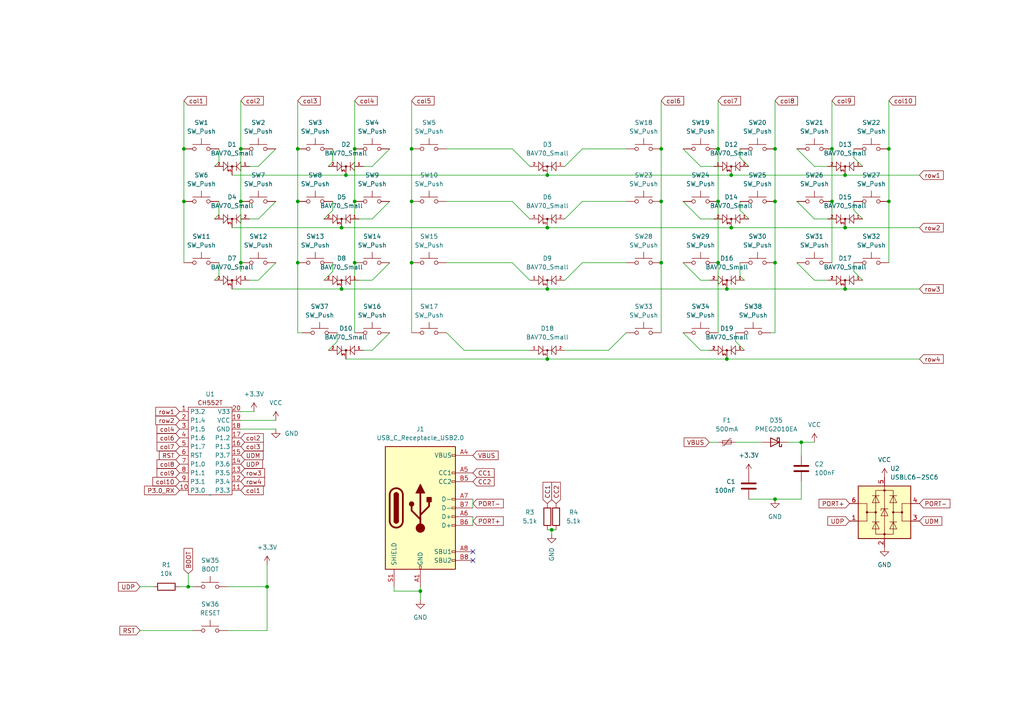
<source format=kicad_sch>
(kicad_sch (version 20230121) (generator eeschema)
  (paper "A4")
  (lib_symbols
    (symbol "Connector:USB_C_Receptacle_USB2.0" (pin_names (offset 1.016))
      (property "Reference" "J" (at -10.16 19.05 0))
      (property "Value" "USB_C_Receptacle_USB2.0" (at 19.05 19.05 0))
      (symbol "USB_C_Receptacle_USB2.0_0_0"
        (rectangle (start -0.254 -17.78) (end 0.254 -16.764))
        (rectangle (start 10.16 -14.986) (end 9.144 -15.494))
        (rectangle (start 10.16 -12.446) (end 9.144 -12.954))
        (rectangle (start 10.16 -4.826) (end 9.144 -5.334))
        (rectangle (start 10.16 -2.286) (end 9.144 -2.794))
        (rectangle (start 10.16 0.254) (end 9.144 -0.254))
        (rectangle (start 10.16 2.794) (end 9.144 2.286))
        (rectangle (start 10.16 7.874) (end 9.144 7.366))
        (rectangle (start 10.16 10.414) (end 9.144 9.906))
        (rectangle (start 10.16 15.494) (end 9.144 14.986))
      )
      (symbol "USB_C_Receptacle_USB2.0_0_1"
        (rectangle (start -10.16 17.78) (end 10.16 -17.78) (stroke (width 0.254)) (fill (type background)))
        (arc (start -8.89 -3.81) (mid -6.985 -5.7067) (end -5.08 -3.81) (stroke (width 0.508)))
        (arc (start -7.62 -3.81) (mid -6.985 -4.4423) (end -6.35 -3.81) (stroke (width 0.254)))
        (arc (start -7.62 -3.81) (mid -6.985 -4.4423) (end -6.35 -3.81) (stroke (width 0.254)) (fill (type outline)))
        (rectangle (start -7.62 -3.81) (end -6.35 3.81) (stroke (width 0.254)) (fill (type outline)))
        (arc (start -6.35 3.81) (mid -6.985 4.4423) (end -7.62 3.81) (stroke (width 0.254)))
        (arc (start -6.35 3.81) (mid -6.985 4.4423) (end -7.62 3.81) (stroke (width 0.254)) (fill (type outline)))
        (arc (start -5.08 3.81) (mid -6.985 5.7067) (end -8.89 3.81) (stroke (width 0.508)))
        (circle (center -2.54 1.143) (radius 0.635) (stroke (width 0.254)) (fill (type outline)))
        (circle (center 0 -5.842) (radius 1.27) (fill (type outline)))
        (polyline (pts (xy -8.89 -3.81) (xy -8.89 3.81)) (stroke (width 0.508)))
        (polyline (pts (xy -5.08 3.81) (xy -5.08 -3.81)) (stroke (width 0.508)))
        (polyline (pts (xy 0 -5.842) (xy 0 4.318)) (stroke (width 0.508)))
        (polyline (pts (xy 0 -3.302) (xy -2.54 -0.762) (xy -2.54 0.508)) (stroke (width 0.508)))
        (polyline (pts (xy 0 -2.032) (xy 2.54 0.508) (xy 2.54 1.778)) (stroke (width 0.508)))
        (polyline (pts (xy -1.27 4.318) (xy 0 6.858) (xy 1.27 4.318) (xy -1.27 4.318)) (stroke (width 0.254)) (fill (type outline)))
        (rectangle (start 1.905 1.778) (end 3.175 3.048) (stroke (width 0.254)) (fill (type outline)))
      )
      (symbol "USB_C_Receptacle_USB2.0_1_1"
        (pin passive line (at 0 -22.86 90) (length 5.08) (name "GND") (number "A1"))
        (pin passive line (at 0 -22.86 90) (length 5.08) hide (name "GND") (number "A12"))
        (pin passive line (at 15.24 15.24 180) (length 5.08) (name "VBUS") (number "A4"))
        (pin bidirectional line (at 15.24 10.16 180) (length 5.08) (name "CC1") (number "A5"))
        (pin bidirectional line (at 15.24 -2.54 180) (length 5.08) (name "D+") (number "A6"))
        (pin bidirectional line (at 15.24 2.54 180) (length 5.08) (name "D-") (number "A7"))
        (pin bidirectional line (at 15.24 -12.7 180) (length 5.08) (name "SBU1") (number "A8"))
        (pin passive line (at 15.24 15.24 180) (length 5.08) hide (name "VBUS") (number "A9"))
        (pin passive line (at 0 -22.86 90) (length 5.08) hide (name "GND") (number "B1"))
        (pin passive line (at 0 -22.86 90) (length 5.08) hide (name "GND") (number "B12"))
        (pin passive line (at 15.24 15.24 180) (length 5.08) hide (name "VBUS") (number "B4"))
        (pin bidirectional line (at 15.24 7.62 180) (length 5.08) (name "CC2") (number "B5"))
        (pin bidirectional line (at 15.24 -5.08 180) (length 5.08) (name "D+") (number "B6"))
        (pin bidirectional line (at 15.24 0 180) (length 5.08) (name "D-") (number "B7"))
        (pin bidirectional line (at 15.24 -15.24 180) (length 5.08) (name "SBU2") (number "B8"))
        (pin passive line (at 15.24 15.24 180) (length 5.08) hide (name "VBUS") (number "B9"))
        (pin passive line (at -7.62 -22.86 90) (length 5.08) (name "SHIELD") (number "S1"))
      )
    )
    (symbol "Device:C" (pin_numbers hide) (pin_names (offset 0.254))
      (property "Reference" "C" (at 0.635 2.54 0))
      (property "Value" "C" (at 0.635 -2.54 0))
      (symbol "C_0_1"
        (polyline (pts (xy -2.032 -0.762) (xy 2.032 -0.762)) (stroke (width 0.508)))
        (polyline (pts (xy -2.032 0.762) (xy 2.032 0.762)) (stroke (width 0.508)))
      )
      (symbol "C_1_1"
        (pin passive line (at 0 3.81 270) (length 2.794) (name "~") (number "1"))
        (pin passive line (at 0 -3.81 90) (length 2.794) (name "~") (number "2"))
      )
    )
    (symbol "Device:D_Schottky" (pin_numbers hide) (pin_names (offset 1.016) hide)
      (property "Reference" "D" (at 0 2.54 0))
      (property "Value" "D_Schottky" (at 0 -2.54 0))
      (symbol "D_Schottky_0_1"
        (polyline (pts (xy 1.27 0) (xy -1.27 0)))
        (polyline (pts (xy 1.27 1.27) (xy 1.27 -1.27) (xy -1.27 0) (xy 1.27 1.27)) (stroke (width 0.254)))
        (polyline (pts (xy -1.905 0.635) (xy -1.905 1.27) (xy -1.27 1.27) (xy -1.27 -1.27) (xy -0.635 -1.27) (xy -0.635 -0.635)) (stroke (width 0.254)))
      )
      (symbol "D_Schottky_1_1"
        (pin passive line (at -3.81 0 0) (length 2.54) (name "K") (number "1"))
        (pin passive line (at 3.81 0 180) (length 2.54) (name "A") (number "2"))
      )
    )
    (symbol "Device:Polyfuse_Small" (pin_numbers hide) (pin_names (offset 0))
      (property "Reference" "F" (at -1.905 0 90))
      (property "Value" "Polyfuse_Small" (at 1.905 0 90))
      (symbol "Polyfuse_Small_0_1"
        (rectangle (start -0.508 1.27) (end 0.508 -1.27))
        (polyline (pts (xy 0 2.54) (xy 0 -2.54)))
        (polyline (pts (xy -1.016 1.27) (xy -1.016 0.762) (xy 1.016 -0.762) (xy 1.016 -1.27)))
      )
      (symbol "Polyfuse_Small_1_1"
        (pin passive line (at 0 2.54 270) (length 0.635) (name "~") (number "1"))
        (pin passive line (at 0 -2.54 90) (length 0.635) (name "~") (number "2"))
      )
    )
    (symbol "Device:R" (pin_numbers hide) (pin_names (offset 0))
      (property "Reference" "R" (at 2.032 0 90))
      (property "Value" "R" (at 0 0 90))
      (symbol "R_0_1"
        (rectangle (start -1.016 -2.54) (end 1.016 2.54) (stroke (width 0.254)))
      )
      (symbol "R_1_1"
        (pin passive line (at 0 3.81 270) (length 1.27) (name "~") (number "1"))
        (pin passive line (at 0 -3.81 90) (length 1.27) (name "~") (number "2"))
      )
    )
    (symbol "PCM_marbastlib-various:BAV70_Small" (pin_names (offset 0.762) hide)
      (property "Reference" "D" (at 0.635 -2.54 0))
      (property "Value" "BAV70_Small" (at 0 2.54 0))
      (symbol "BAV70_Small_0_1"
        (polyline (pts (xy -1.27 1.27) (xy -1.27 -1.27)))
        (polyline (pts (xy 1.27 0) (xy -1.27 0)))
        (polyline (pts (xy 1.27 1.27) (xy 1.27 -1.27)))
        (polyline (pts (xy -2.54 1.27) (xy -2.54 -1.27) (xy -1.27 0) (xy -2.54 1.27)))
        (polyline (pts (xy 2.54 1.27) (xy 2.54 -1.27) (xy 1.27 0) (xy 2.54 1.27)))
        (circle (center 0 0) (radius 0.254) (fill (type outline)))
      )
      (symbol "BAV70_Small_1_1"
        (pin input line (at -5.08 0 0) (length 2.54) (name "A1") (number "1"))
        (pin input line (at 5.08 0 180) (length 2.54) (name "A2") (number "2"))
        (pin passive line (at 0 -2.54 90) (length 2.54) (name "K") (number "3"))
      )
    )
    (symbol "Power_Protection:USBLC6-2SC6" (pin_names hide)
      (property "Reference" "U" (at 2.54 8.89 0))
      (property "Value" "USBLC6-2SC6" (at 2.54 -8.89 0))
      (symbol "USBLC6-2SC6_0_1"
        (rectangle (start -7.62 -7.62) (end 7.62 7.62) (stroke (width 0.254)) (fill (type background)))
        (circle (center -5.08 0) (radius 0.254) (fill (type outline)))
        (circle (center -2.54 0) (radius 0.254) (fill (type outline)))
        (rectangle (start -2.54 6.35) (end 2.54 -6.35))
        (circle (center 0 -6.35) (radius 0.254) (fill (type outline)))
        (polyline (pts (xy -5.08 -2.54) (xy -7.62 -2.54)))
        (polyline (pts (xy -5.08 0) (xy -5.08 -2.54)))
        (polyline (pts (xy -5.08 2.54) (xy -7.62 2.54)))
        (polyline (pts (xy -1.524 -2.794) (xy -3.556 -2.794)))
        (polyline (pts (xy -1.524 4.826) (xy -3.556 4.826)))
        (polyline (pts (xy 0 -7.62) (xy 0 -6.35)))
        (polyline (pts (xy 0 -6.35) (xy 0 1.27)))
        (polyline (pts (xy 0 1.27) (xy 0 6.35)))
        (polyline (pts (xy 0 6.35) (xy 0 7.62)))
        (polyline (pts (xy 1.524 -2.794) (xy 3.556 -2.794)))
        (polyline (pts (xy 1.524 4.826) (xy 3.556 4.826)))
        (polyline (pts (xy 5.08 -2.54) (xy 7.62 -2.54)))
        (polyline (pts (xy 5.08 0) (xy 5.08 -2.54)))
        (polyline (pts (xy 5.08 2.54) (xy 7.62 2.54)))
        (polyline (pts (xy -2.54 0) (xy -5.08 0) (xy -5.08 2.54)))
        (polyline (pts (xy 2.54 0) (xy 5.08 0) (xy 5.08 2.54)))
        (polyline (pts (xy -3.556 -4.826) (xy -1.524 -4.826) (xy -2.54 -2.794) (xy -3.556 -4.826)))
        (polyline (pts (xy -3.556 2.794) (xy -1.524 2.794) (xy -2.54 4.826) (xy -3.556 2.794)))
        (polyline (pts (xy -1.016 -1.016) (xy 1.016 -1.016) (xy 0 1.016) (xy -1.016 -1.016)))
        (polyline (pts (xy 1.016 1.016) (xy 0.762 1.016) (xy -1.016 1.016) (xy -1.016 0.508)))
        (polyline (pts (xy 3.556 -4.826) (xy 1.524 -4.826) (xy 2.54 -2.794) (xy 3.556 -4.826)))
        (polyline (pts (xy 3.556 2.794) (xy 1.524 2.794) (xy 2.54 4.826) (xy 3.556 2.794)))
        (circle (center 0 6.35) (radius 0.254) (fill (type outline)))
        (circle (center 2.54 0) (radius 0.254) (fill (type outline)))
        (circle (center 5.08 0) (radius 0.254) (fill (type outline)))
      )
      (symbol "USBLC6-2SC6_1_1"
        (pin passive line (at -10.16 -2.54 0) (length 2.54) (name "I/O1") (number "1"))
        (pin passive line (at 0 -10.16 90) (length 2.54) (name "GND") (number "2"))
        (pin passive line (at 10.16 -2.54 180) (length 2.54) (name "I/O2") (number "3"))
        (pin passive line (at 10.16 2.54 180) (length 2.54) (name "I/O2") (number "4"))
        (pin passive line (at 0 10.16 270) (length 2.54) (name "VBUS") (number "5"))
        (pin passive line (at -10.16 2.54 0) (length 2.54) (name "I/O1") (number "6"))
      )
    )
    (symbol "Switch:SW_Push" (pin_numbers hide) (pin_names (offset 1.016) hide)
      (property "Reference" "SW" (at 1.27 2.54 0))
      (property "Value" "SW_Push" (at 0 -1.524 0))
      (symbol "SW_Push_0_1"
        (circle (center -2.032 0) (radius 0.508))
        (polyline (pts (xy 0 1.27) (xy 0 3.048)))
        (polyline (pts (xy 2.54 1.27) (xy -2.54 1.27)))
        (circle (center 2.032 0) (radius 0.508))
        (pin passive line (at -5.08 0 0) (length 2.54) (name "1") (number "1"))
        (pin passive line (at 5.08 0 180) (length 2.54) (name "2") (number "2"))
      )
    )
    (symbol "apfel:mcu_ch552t_tssop-20"
      (property "Reference" "U1" (at 0 16.51 0))
      (property "Value" "~" (at 0 -12.7 0))
      (symbol "mcu_ch552t_tssop-20_0_1"
        (rectangle (start -6.35 12.7) (end 6.35 -12.7))
      )
      (symbol "mcu_ch552t_tssop-20_1_1"
        (text "CH552T\n" (at 0 13.97 0) (effects (font (size 1.27 1.27))))
        (pin input line (at -8.89 11.43 0) (length 2.54) (name "P3.2") (number "1"))
        (pin input line (at -8.89 -11.43 0) (length 2.54) (name "P3.0") (number "10"))
        (pin input line (at 8.89 -11.43 180) (length 2.54) (name "P3.3") (number "11"))
        (pin input line (at 8.89 -8.89 180) (length 2.54) (name "P3.4") (number "12"))
        (pin input line (at 8.89 -6.35 180) (length 2.54) (name "P3.5") (number "13"))
        (pin input line (at 8.89 -3.81 180) (length 2.54) (name "P3.6") (number "14"))
        (pin input line (at 8.89 -1.27 180) (length 2.54) (name "P3.7") (number "15"))
        (pin input line (at 8.89 1.27 180) (length 2.54) (name "P1.3") (number "16"))
        (pin input line (at 8.89 3.81 180) (length 2.54) (name "P1.2") (number "17"))
        (pin input line (at 8.89 6.35 180) (length 2.54) (name "GND") (number "18"))
        (pin input line (at 8.89 8.89 180) (length 2.54) (name "VCC") (number "19"))
        (pin input line (at -8.89 8.89 0) (length 2.54) (name "P1.4") (number "2"))
        (pin input line (at 8.89 11.43 180) (length 2.54) (name "V33") (number "20"))
        (pin input line (at -8.89 6.35 0) (length 2.54) (name "P1.5") (number "3"))
        (pin input line (at -8.89 3.81 0) (length 2.54) (name "P1.6") (number "4"))
        (pin input line (at -8.89 1.27 0) (length 2.54) (name "P1.7") (number "5"))
        (pin input line (at -8.89 -1.27 0) (length 2.54) (name "RST") (number "6"))
        (pin input line (at -8.89 -3.81 0) (length 2.54) (name "P1.0") (number "7"))
        (pin input line (at -8.89 -6.35 0) (length 2.54) (name "P1.1") (number "8"))
        (pin input line (at -8.89 -8.89 0) (length 2.54) (name "P3.1") (number "9"))
      )
    )
    (symbol "power:+3.3V" (power) (pin_names (offset 0))
      (property "Value" "+3.3V" (at 0 3.556 0))
      (symbol "+3.3V_0_1"
        (polyline (pts (xy -0.762 1.27) (xy 0 2.54)))
        (polyline (pts (xy 0 0) (xy 0 2.54)))
        (polyline (pts (xy 0 2.54) (xy 0.762 1.27)))
      )
      (symbol "+3.3V_1_1"
        (pin power_in line (at 0 0 90) (length 0) hide (name "+3.3V") (number "1"))
      )
    )
    (symbol "power:GND" (power) (pin_names (offset 0))
      (property "Value" "GND" (at 0 -3.81 0))
      (symbol "GND_0_1"
        (polyline (pts (xy 0 0) (xy 0 -1.27) (xy 1.27 -1.27) (xy 0 -2.54) (xy -1.27 -1.27) (xy 0 -1.27)))
      )
      (symbol "GND_1_1"
        (pin power_in line (at 0 0 270) (length 0) hide (name "GND") (number "1"))
      )
    )
    (symbol "power:VCC" (power) (pin_names (offset 0))
      (property "Value" "VCC" (at 0 3.81 0))
      (symbol "VCC_0_1"
        (polyline (pts (xy -0.762 1.27) (xy 0 2.54)))
        (polyline (pts (xy 0 0) (xy 0 2.54)))
        (polyline (pts (xy 0 2.54) (xy 0.762 1.27)))
      )
      (symbol "VCC_1_1"
        (pin power_in line (at 0 0 90) (length 0) hide (name "VCC") (number "1"))
      )
    )
  )
  (junction (at 210.82 104.14))
  (junction (at 160.02 153.67))
  (junction (at 241.3 58.42))
  (junction (at 53.34 58.42))
  (junction (at 191.77 58.42))
  (junction (at 245.11 83.82))
  (junction (at 210.82 83.82))
  (junction (at 69.85 58.42))
  (junction (at 69.85 43.18))
  (junction (at 53.34 43.18))
  (junction (at 119.38 76.2))
  (junction (at 224.79 144.78))
  (junction (at 86.36 76.2))
  (junction (at 86.36 58.42))
  (junction (at 241.3 43.18))
  (junction (at 191.77 43.18))
  (junction (at 102.87 76.2))
  (junction (at 102.87 43.18))
  (junction (at 208.28 58.42))
  (junction (at 208.28 43.18))
  (junction (at 54.61 170.18))
  (junction (at 232.41 128.27))
  (junction (at 158.75 104.14))
  (junction (at 224.79 76.2))
  (junction (at 69.85 76.2))
  (junction (at 224.79 58.42))
  (junction (at 191.77 76.2))
  (junction (at 119.38 43.18))
  (junction (at 99.06 83.82))
  (junction (at 86.36 43.18))
  (junction (at 212.09 50.8))
  (junction (at 158.75 83.82))
  (junction (at 102.87 58.42))
  (junction (at 100.33 50.8))
  (junction (at 245.11 50.8))
  (junction (at 158.75 50.8))
  (junction (at 158.75 66.04))
  (junction (at 245.11 66.04))
  (junction (at 257.81 43.18))
  (junction (at 208.28 76.2))
  (junction (at 257.81 58.42))
  (junction (at 77.47 170.18))
  (junction (at 224.79 43.18))
  (junction (at 212.09 66.04))
  (junction (at 99.06 66.04))
  (junction (at 121.92 171.45))
  (junction (at 119.38 58.42))
  (no_connect (at 137.16 160.02))
  (no_connect (at 137.16 162.56))
  (wire (pts (xy 247.65 60.96) (xy 250.19 63.5)))
  (wire (pts (xy 129.54 76.2) (xy 148.59 76.2)))
  (wire (pts (xy 72.39 81.28) (xy 74.93 81.28)))
  (wire (pts (xy 77.47 170.18) (xy 77.47 182.88)))
  (wire (pts (xy 102.87 43.18) (xy 102.87 58.42)))
  (wire (pts (xy 69.85 29.21) (xy 69.85 43.18)))
  (wire (pts (xy 107.95 81.28) (xy 113.03 76.2)))
  (wire (pts (xy 63.5 80.01) (xy 62.23 81.28)))
  (wire (pts (xy 213.36 96.52) (xy 213.36 99.06)))
  (wire (pts (xy 102.87 76.2) (xy 102.87 96.52)))
  (wire (pts (xy 69.85 121.92) (xy 80.01 121.92)))
  (wire (pts (xy 240.03 63.5) (xy 236.22 63.5)))
  (wire (pts (xy 241.3 29.21) (xy 241.3 43.18)))
  (wire (pts (xy 168.91 58.42) (xy 181.61 58.42)))
  (wire (pts (xy 214.63 45.72) (xy 217.17 48.26)))
  (wire (pts (xy 210.82 104.14) (xy 266.7 104.14)))
  (wire (pts (xy 158.75 83.82) (xy 210.82 83.82)))
  (wire (pts (xy 77.47 163.83) (xy 77.47 170.18)))
  (wire (pts (xy 54.61 170.18) (xy 55.88 170.18)))
  (wire (pts (xy 247.65 78.74) (xy 250.19 81.28)))
  (wire (pts (xy 100.33 104.14) (xy 158.75 104.14)))
  (wire (pts (xy 257.81 29.21) (xy 257.81 43.18)))
  (wire (pts (xy 207.01 63.5) (xy 203.2 63.5)))
  (wire (pts (xy 176.53 101.6) (xy 181.61 96.52)))
  (wire (pts (xy 96.52 76.2) (xy 96.52 78.74)))
  (wire (pts (xy 63.5 58.42) (xy 63.5 62.23)))
  (wire (pts (xy 160.02 153.67) (xy 160.02 154.94)))
  (wire (pts (xy 80.01 124.46) (xy 69.85 124.46)))
  (wire (pts (xy 214.63 60.96) (xy 217.17 63.5)))
  (wire (pts (xy 40.64 182.88) (xy 55.88 182.88)))
  (wire (pts (xy 53.34 58.42) (xy 53.34 76.2)))
  (wire (pts (xy 245.11 50.8) (xy 266.7 50.8)))
  (wire (pts (xy 96.52 43.18) (xy 96.52 46.99)))
  (wire (pts (xy 214.63 76.2) (xy 214.63 80.01)))
  (wire (pts (xy 191.77 58.42) (xy 191.77 76.2)))
  (wire (pts (xy 168.91 43.18) (xy 163.83 48.26)))
  (wire (pts (xy 208.28 58.42) (xy 208.28 76.2)))
  (wire (pts (xy 119.38 43.18) (xy 119.38 58.42)))
  (wire (pts (xy 86.36 29.21) (xy 86.36 43.18)))
  (wire (pts (xy 86.36 43.18) (xy 86.36 58.42)))
  (wire (pts (xy 212.09 50.8) (xy 245.11 50.8)))
  (wire (pts (xy 69.85 119.38) (xy 73.66 119.38)))
  (wire (pts (xy 205.74 101.6) (xy 203.2 101.6)))
  (wire (pts (xy 158.75 50.8) (xy 212.09 50.8)))
  (wire (pts (xy 53.34 43.18) (xy 53.34 58.42)))
  (wire (pts (xy 224.79 76.2) (xy 224.79 96.52)))
  (wire (pts (xy 203.2 48.26) (xy 198.12 43.18)))
  (wire (pts (xy 247.65 45.72) (xy 250.19 48.26)))
  (wire (pts (xy 121.92 170.18) (xy 121.92 171.45)))
  (wire (pts (xy 102.87 29.21) (xy 102.87 43.18)))
  (wire (pts (xy 99.06 66.04) (xy 158.75 66.04)))
  (wire (pts (xy 67.31 66.04) (xy 99.06 66.04)))
  (wire (pts (xy 210.82 83.82) (xy 245.11 83.82)))
  (wire (pts (xy 97.79 96.52) (xy 97.79 99.06)))
  (wire (pts (xy 203.2 63.5) (xy 198.12 58.42)))
  (wire (pts (xy 107.95 101.6) (xy 113.03 96.52)))
  (wire (pts (xy 86.36 58.42) (xy 86.36 76.2)))
  (wire (pts (xy 119.38 29.21) (xy 119.38 43.18)))
  (wire (pts (xy 168.91 76.2) (xy 181.61 76.2)))
  (wire (pts (xy 96.52 60.96) (xy 93.98 63.5)))
  (wire (pts (xy 257.81 43.18) (xy 257.81 58.42)))
  (wire (pts (xy 205.74 81.28) (xy 203.2 81.28)))
  (wire (pts (xy 228.6 128.27) (xy 232.41 128.27)))
  (wire (pts (xy 214.63 80.01) (xy 215.9 81.28)))
  (wire (pts (xy 214.63 43.18) (xy 214.63 45.72)))
  (wire (pts (xy 114.3 171.45) (xy 121.92 171.45)))
  (wire (pts (xy 96.52 58.42) (xy 96.52 60.96)))
  (wire (pts (xy 168.91 43.18) (xy 181.61 43.18)))
  (wire (pts (xy 129.54 43.18) (xy 148.59 43.18)))
  (wire (pts (xy 96.52 46.99) (xy 95.25 48.26)))
  (wire (pts (xy 40.64 170.18) (xy 44.45 170.18)))
  (wire (pts (xy 148.59 58.42) (xy 153.67 63.5)))
  (wire (pts (xy 74.93 81.28) (xy 80.01 76.2)))
  (wire (pts (xy 74.93 63.5) (xy 80.01 58.42)))
  (wire (pts (xy 217.17 144.78) (xy 224.79 144.78)))
  (wire (pts (xy 168.91 76.2) (xy 163.83 81.28)))
  (wire (pts (xy 69.85 76.2) (xy 69.85 78.74)))
  (wire (pts (xy 121.92 171.45) (xy 121.92 173.99)))
  (wire (pts (xy 224.79 58.42) (xy 224.79 76.2)))
  (wire (pts (xy 54.61 166.37) (xy 54.61 170.18)))
  (wire (pts (xy 224.79 43.18) (xy 224.79 58.42)))
  (wire (pts (xy 114.3 170.18) (xy 114.3 171.45)))
  (wire (pts (xy 105.41 101.6) (xy 107.95 101.6)))
  (wire (pts (xy 77.47 182.88) (xy 66.04 182.88)))
  (wire (pts (xy 240.03 48.26) (xy 236.22 48.26)))
  (wire (pts (xy 236.22 48.26) (xy 231.14 43.18)))
  (wire (pts (xy 63.5 76.2) (xy 63.5 80.01)))
  (wire (pts (xy 163.83 101.6) (xy 176.53 101.6)))
  (wire (pts (xy 203.2 101.6) (xy 198.12 96.52)))
  (wire (pts (xy 107.95 63.5) (xy 113.03 58.42)))
  (wire (pts (xy 247.65 76.2) (xy 247.65 78.74)))
  (wire (pts (xy 52.07 170.18) (xy 54.61 170.18)))
  (wire (pts (xy 63.5 43.18) (xy 63.5 46.99)))
  (wire (pts (xy 208.28 29.21) (xy 208.28 43.18)))
  (wire (pts (xy 119.38 58.42) (xy 119.38 76.2)))
  (wire (pts (xy 241.3 58.42) (xy 241.3 76.2)))
  (wire (pts (xy 240.03 81.28) (xy 236.22 81.28)))
  (wire (pts (xy 86.36 96.52) (xy 87.63 96.52)))
  (wire (pts (xy 137.16 144.78) (xy 137.16 147.32)))
  (wire (pts (xy 105.41 48.26) (xy 107.95 48.26)))
  (wire (pts (xy 241.3 43.18) (xy 241.3 58.42)))
  (wire (pts (xy 208.28 43.18) (xy 208.28 58.42)))
  (wire (pts (xy 224.79 144.78) (xy 232.41 144.78)))
  (wire (pts (xy 158.75 104.14) (xy 210.82 104.14)))
  (wire (pts (xy 137.16 149.86) (xy 137.16 152.4)))
  (wire (pts (xy 99.06 83.82) (xy 158.75 83.82)))
  (wire (pts (xy 69.85 43.18) (xy 69.85 58.42)))
  (wire (pts (xy 213.36 99.06) (xy 215.9 101.6)))
  (wire (pts (xy 232.41 128.27) (xy 236.22 128.27)))
  (wire (pts (xy 213.36 128.27) (xy 220.98 128.27)))
  (wire (pts (xy 86.36 76.2) (xy 86.36 96.52)))
  (wire (pts (xy 168.91 58.42) (xy 163.83 63.5)))
  (wire (pts (xy 72.39 63.5) (xy 74.93 63.5)))
  (wire (pts (xy 104.14 63.5) (xy 107.95 63.5)))
  (wire (pts (xy 97.79 99.06) (xy 95.25 101.6)))
  (wire (pts (xy 208.28 76.2) (xy 208.28 96.52)))
  (wire (pts (xy 236.22 81.28) (xy 231.14 76.2)))
  (wire (pts (xy 158.75 66.04) (xy 212.09 66.04)))
  (wire (pts (xy 129.54 58.42) (xy 148.59 58.42)))
  (wire (pts (xy 96.52 78.74) (xy 93.98 81.28)))
  (wire (pts (xy 224.79 29.21) (xy 224.79 43.18)))
  (wire (pts (xy 212.09 66.04) (xy 245.11 66.04)))
  (wire (pts (xy 247.65 58.42) (xy 247.65 60.96)))
  (wire (pts (xy 232.41 144.78) (xy 232.41 139.7)))
  (wire (pts (xy 74.93 48.26) (xy 80.01 43.18)))
  (wire (pts (xy 191.77 29.21) (xy 191.77 43.18)))
  (wire (pts (xy 191.77 76.2) (xy 191.77 96.52)))
  (wire (pts (xy 67.31 83.82) (xy 99.06 83.82)))
  (wire (pts (xy 102.87 58.42) (xy 102.87 76.2)))
  (wire (pts (xy 53.34 29.21) (xy 53.34 43.18)))
  (wire (pts (xy 257.81 58.42) (xy 257.81 76.2)))
  (wire (pts (xy 148.59 43.18) (xy 153.67 48.26)))
  (wire (pts (xy 69.85 58.42) (xy 69.85 76.2)))
  (wire (pts (xy 158.75 153.67) (xy 160.02 153.67)))
  (wire (pts (xy 205.74 128.27) (xy 208.28 128.27)))
  (wire (pts (xy 100.33 50.8) (xy 158.75 50.8)))
  (wire (pts (xy 107.95 48.26) (xy 113.03 43.18)))
  (wire (pts (xy 247.65 43.18) (xy 247.65 45.72)))
  (wire (pts (xy 214.63 58.42) (xy 214.63 60.96)))
  (wire (pts (xy 63.5 46.99) (xy 62.23 48.26)))
  (wire (pts (xy 236.22 63.5) (xy 231.14 58.42)))
  (wire (pts (xy 72.39 48.26) (xy 74.93 48.26)))
  (wire (pts (xy 104.14 81.28) (xy 107.95 81.28)))
  (wire (pts (xy 232.41 128.27) (xy 232.41 132.08)))
  (wire (pts (xy 67.31 50.8) (xy 100.33 50.8)))
  (wire (pts (xy 66.04 170.18) (xy 77.47 170.18)))
  (wire (pts (xy 245.11 66.04) (xy 266.7 66.04)))
  (wire (pts (xy 207.01 48.26) (xy 203.2 48.26)))
  (wire (pts (xy 223.52 96.52) (xy 224.79 96.52)))
  (wire (pts (xy 160.02 153.67) (xy 161.29 153.67)))
  (wire (pts (xy 203.2 81.28) (xy 198.12 76.2)))
  (wire (pts (xy 119.38 76.2) (xy 119.38 96.52)))
  (wire (pts (xy 63.5 62.23) (xy 62.23 63.5)))
  (wire (pts (xy 148.59 76.2) (xy 153.67 81.28)))
  (wire (pts (xy 134.62 101.6) (xy 129.54 96.52)))
  (wire (pts (xy 245.11 83.82) (xy 266.7 83.82)))
  (wire (pts (xy 191.77 43.18) (xy 191.77 58.42)))
  (wire (pts (xy 153.67 101.6) (xy 134.62 101.6)))
  (global_label "col10" (shape input) (at 257.81 29.21 0) (property "Intersheetrefs" "${INTERSHEET_REFS}" (effects hide)))
  (global_label "RST" (shape input) (at 52.07 132.08 180) (property "Intersheetrefs" "${INTERSHEET_REFS}" (effects hide)))
  (global_label "UDP" (shape input) (at 246.38 151.13 180) (property "Intersheetrefs" "${INTERSHEET_REFS}" (effects hide)))
  (global_label "VBUS" (shape input) (at 205.74 128.27 180) (property "Intersheetrefs" "${INTERSHEET_REFS}" (effects hide)))
  (global_label "col4" (shape input) (at 102.87 29.21 0) (property "Intersheetrefs" "${INTERSHEET_REFS}" (effects hide)))
  (global_label "PORT+" (shape input) (at 137.16 151.13 0) (property "Intersheetrefs" "${INTERSHEET_REFS}" (effects hide)))
  (global_label "row2" (shape input) (at 52.07 121.92 180) (property "Intersheetrefs" "${INTERSHEET_REFS}" (effects hide)))
  (global_label "col9" (shape input) (at 241.3 29.21 0) (property "Intersheetrefs" "${INTERSHEET_REFS}" (effects hide)))
  (global_label "col7" (shape input) (at 208.28 29.21 0) (property "Intersheetrefs" "${INTERSHEET_REFS}" (effects hide)))
  (global_label "col2" (shape input) (at 69.85 127 0) (property "Intersheetrefs" "${INTERSHEET_REFS}" (effects hide)))
  (global_label "col6" (shape input) (at 52.07 127 180) (property "Intersheetrefs" "${INTERSHEET_REFS}" (effects hide)))
  (global_label "col1" (shape input) (at 69.85 142.24 0) (property "Intersheetrefs" "${INTERSHEET_REFS}" (effects hide)))
  (global_label "col8" (shape input) (at 224.79 29.21 0) (property "Intersheetrefs" "${INTERSHEET_REFS}" (effects hide)))
  (global_label "col3" (shape input) (at 69.85 129.54 0) (property "Intersheetrefs" "${INTERSHEET_REFS}" (effects hide)))
  (global_label "UDM" (shape input) (at 69.85 132.08 0) (property "Intersheetrefs" "${INTERSHEET_REFS}" (effects hide)))
  (global_label "row1" (shape input) (at 52.07 119.38 180) (property "Intersheetrefs" "${INTERSHEET_REFS}" (effects hide)))
  (global_label "row4" (shape input) (at 266.7 104.14 0) (property "Intersheetrefs" "${INTERSHEET_REFS}" (effects hide)))
  (global_label "row4" (shape input) (at 69.85 139.7 0) (property "Intersheetrefs" "${INTERSHEET_REFS}" (effects hide)))
  (global_label "col1" (shape input) (at 53.34 29.21 0) (property "Intersheetrefs" "${INTERSHEET_REFS}" (effects hide)))
  (global_label "VBUS" (shape input) (at 137.16 132.08 0) (property "Intersheetrefs" "${INTERSHEET_REFS}" (effects hide)))
  (global_label "BOOT" (shape input) (at 54.61 166.37 90) (property "Intersheetrefs" "${INTERSHEET_REFS}" (effects hide)))
  (global_label "CC2" (shape input) (at 137.16 139.7 0) (property "Intersheetrefs" "${INTERSHEET_REFS}" (effects hide)))
  (global_label "col3" (shape input) (at 86.36 29.21 0) (property "Intersheetrefs" "${INTERSHEET_REFS}" (effects hide)))
  (global_label "col9" (shape input) (at 52.07 137.16 180) (property "Intersheetrefs" "${INTERSHEET_REFS}" (effects hide)))
  (global_label "row2" (shape input) (at 266.7 66.04 0) (property "Intersheetrefs" "${INTERSHEET_REFS}" (effects hide)))
  (global_label "row3" (shape input) (at 266.7 83.82 0) (property "Intersheetrefs" "${INTERSHEET_REFS}" (effects hide)))
  (global_label "col6" (shape input) (at 191.77 29.21 0) (property "Intersheetrefs" "${INTERSHEET_REFS}" (effects hide)))
  (global_label "UDP" (shape input) (at 40.64 170.18 180) (property "Intersheetrefs" "${INTERSHEET_REFS}" (effects hide)))
  (global_label "UDP" (shape input) (at 69.85 134.62 0) (property "Intersheetrefs" "${INTERSHEET_REFS}" (effects hide)))
  (global_label "col10" (shape input) (at 52.07 139.7 180) (property "Intersheetrefs" "${INTERSHEET_REFS}" (effects hide)))
  (global_label "UDM" (shape input) (at 266.7 151.13 0) (property "Intersheetrefs" "${INTERSHEET_REFS}" (effects hide)))
  (global_label "PORT-" (shape input) (at 137.16 146.05 0) (property "Intersheetrefs" "${INTERSHEET_REFS}" (effects hide)))
  (global_label "P3.0_RX" (shape input) (at 52.07 142.24 180) (property "Intersheetrefs" "${INTERSHEET_REFS}" (effects hide)))
  (global_label "col2" (shape input) (at 69.85 29.21 0) (property "Intersheetrefs" "${INTERSHEET_REFS}" (effects hide)))
  (global_label "col5" (shape input) (at 119.38 29.21 0) (property "Intersheetrefs" "${INTERSHEET_REFS}" (effects hide)))
  (global_label "col4" (shape input) (at 52.07 124.46 180) (property "Intersheetrefs" "${INTERSHEET_REFS}" (effects hide)))
  (global_label "RST" (shape input) (at 40.64 182.88 180) (property "Intersheetrefs" "${INTERSHEET_REFS}" (effects hide)))
  (global_label "row1" (shape input) (at 266.7 50.8 0) (property "Intersheetrefs" "${INTERSHEET_REFS}" (effects hide)))
  (global_label "CC1" (shape input) (at 158.75 146.05 90) (property "Intersheetrefs" "${INTERSHEET_REFS}" (effects hide)))
  (global_label "CC2" (shape input) (at 161.29 146.05 90) (property "Intersheetrefs" "${INTERSHEET_REFS}" (effects hide)))
  (global_label "CC1" (shape input) (at 137.16 137.16 0) (property "Intersheetrefs" "${INTERSHEET_REFS}" (effects hide)))
  (global_label "col8" (shape input) (at 52.07 134.62 180) (property "Intersheetrefs" "${INTERSHEET_REFS}" (effects hide)))
  (global_label "PORT-" (shape input) (at 266.7 146.05 0) (property "Intersheetrefs" "${INTERSHEET_REFS}" (effects hide)))
  (global_label "PORT+" (shape input) (at 246.38 146.05 180) (property "Intersheetrefs" "${INTERSHEET_REFS}" (effects hide)))
  (global_label "row3" (shape input) (at 69.85 137.16 0) (property "Intersheetrefs" "${INTERSHEET_REFS}" (effects hide)))
  (global_label "col7" (shape input) (at 52.07 129.54 180) (property "Intersheetrefs" "${INTERSHEET_REFS}" (effects hide)))
  (symbol (lib_id "PCM_marbastlib-various:BAV70_Small") (at 212.09 48.26 0) (unit 1)
    (property "Reference" "D12" (at 212.09 41.91 0))
    (property "Value" "BAV70_Small" (at 212.09 44.45 0))
    (property "Footprint" "Package_TO_SOT_SMD:SOT-23" (effects hide))
    (property "Datasheet" "https://assets.nexperia.com/documents/data-sheet/BAV70_SER.pdf" (effects hide))
  )
  (symbol (lib_id "PCM_marbastlib-various:BAV70_Small") (at 245.11 63.5 0) (mirror y) (unit 1)
    (property "Reference" "D15" (at 245.11 57.15 0))
    (property "Value" "BAV70_Small" (at 245.11 59.69 0))
    (property "Footprint" "Package_TO_SOT_SMD:SOT-23" (effects hide))
    (property "Datasheet" "https://assets.nexperia.com/documents/data-sheet/BAV70_SER.pdf" (effects hide))
  )
  (symbol (lib_id "Switch:SW_Push") (at 107.95 96.52 0) (unit 1)
    (property "Reference" "SW16" (at 107.95 88.9 0))
    (property "Value" "SW_Push" (at 107.95 91.44 0))
    (property "Footprint" "s-ol:PG1350_hotswap" (effects hide))
  )
  (symbol (lib_id "PCM_marbastlib-various:BAV70_Small") (at 67.31 48.26 0) (mirror y) (unit 1)
    (property "Reference" "D1" (at 67.31 41.91 0))
    (property "Value" "BAV70_Small" (at 67.31 44.45 0))
    (property "Footprint" "Package_TO_SOT_SMD:SOT-23" (effects hide))
    (property "Datasheet" "https://assets.nexperia.com/documents/data-sheet/BAV70_SER.pdf" (effects hide))
  )
  (symbol (lib_id "Switch:SW_Push") (at 124.46 58.42 0) (unit 1)
    (property "Reference" "SW10" (at 124.46 50.8 0))
    (property "Value" "SW_Push" (at 124.46 53.34 0))
    (property "Footprint" "s-ol:PG1350_hotswap" (effects hide))
  )
  (symbol (lib_id "PCM_marbastlib-various:BAV70_Small") (at 158.75 63.5 0) (unit 1)
    (property "Reference" "D6" (at 158.75 57.15 0))
    (property "Value" "BAV70_Small" (at 158.75 59.69 0))
    (property "Footprint" "Package_TO_SOT_SMD:SOT-23" (effects hide))
    (property "Datasheet" "https://assets.nexperia.com/documents/data-sheet/BAV70_SER.pdf" (effects hide))
  )
  (symbol (lib_id "power:GND") (at 256.54 158.75 0) (unit 1)
    (property "Reference" "#PWR09" (effects hide))
    (property "Value" "GND" (at 256.54 163.83 0))
  )
  (symbol (lib_id "Switch:SW_Push") (at 186.69 96.52 0) (unit 1)
    (property "Reference" "SW33" (at 186.69 88.9 0))
    (property "Value" "SW_Push" (at 186.69 91.44 0))
    (property "Footprint" "s-ol:PG1350_hotswap" (effects hide))
  )
  (symbol (lib_id "Switch:SW_Push") (at 236.22 58.42 0) (unit 1)
    (property "Reference" "SW26" (at 236.22 50.8 0))
    (property "Value" "SW_Push" (at 236.22 53.34 0))
    (property "Footprint" "s-ol:PG1350_hotswap" (effects hide))
  )
  (symbol (lib_id "power:GND") (at 121.92 173.99 0) (unit 1)
    (property "Reference" "#PWR05" (effects hide))
    (property "Value" "GND" (at 121.92 179.07 0))
  )
  (symbol (lib_id "PCM_marbastlib-various:BAV70_Small") (at 158.75 101.6 0) (unit 1)
    (property "Reference" "D18" (at 158.75 95.25 0))
    (property "Value" "BAV70_Small" (at 158.75 97.79 0))
    (property "Footprint" "Package_TO_SOT_SMD:SOT-23" (effects hide))
    (property "Datasheet" "https://assets.nexperia.com/documents/data-sheet/BAV70_SER.pdf" (effects hide))
  )
  (symbol (lib_id "PCM_marbastlib-various:BAV70_Small") (at 245.11 81.28 0) (mirror y) (unit 1)
    (property "Reference" "D17" (at 245.11 74.93 0))
    (property "Value" "BAV70_Small" (at 245.11 77.47 0))
    (property "Footprint" "Package_TO_SOT_SMD:SOT-23" (effects hide))
    (property "Datasheet" "https://assets.nexperia.com/documents/data-sheet/BAV70_SER.pdf" (effects hide))
  )
  (symbol (lib_id "Switch:SW_Push") (at 203.2 76.2 0) (unit 1)
    (property "Reference" "SW29" (at 203.2 68.58 0))
    (property "Value" "SW_Push" (at 203.2 71.12 0))
    (property "Footprint" "s-ol:PG1350_hotswap" (effects hide))
  )
  (symbol (lib_id "Switch:SW_Push") (at 124.46 96.52 0) (unit 1)
    (property "Reference" "SW17" (at 124.46 88.9 0))
    (property "Value" "SW_Push" (at 124.46 91.44 0))
    (property "Footprint" "s-ol:PG1350_hotswap" (effects hide))
  )
  (symbol (lib_id "Device:C") (at 232.41 135.89 0) (unit 1)
    (property "Reference" "C2" (at 236.22 134.62 0) (effects (justify left)))
    (property "Value" "100nF" (at 236.22 137.16 0) (effects (justify left)))
    (property "Footprint" "Capacitor_SMD:C_0603_1608Metric_Pad1.08x0.95mm_HandSolder" (effects hide))
  )
  (symbol (lib_id "Switch:SW_Push") (at 107.95 76.2 0) (unit 1)
    (property "Reference" "SW14" (at 107.95 68.58 0))
    (property "Value" "SW_Push" (at 107.95 71.12 0))
    (property "Footprint" "s-ol:PG1350_hotswap" (effects hide))
  )
  (symbol (lib_id "Switch:SW_Push") (at 74.93 76.2 0) (unit 1)
    (property "Reference" "SW12" (at 74.93 68.58 0))
    (property "Value" "SW_Push" (at 74.93 71.12 0))
    (property "Footprint" "s-ol:PG1350_hotswap" (effects hide))
  )
  (symbol (lib_id "PCM_marbastlib-various:BAV70_Small") (at 158.75 81.28 0) (unit 1)
    (property "Reference" "D9" (at 158.75 74.93 0))
    (property "Value" "BAV70_Small" (at 158.75 77.47 0))
    (property "Footprint" "Package_TO_SOT_SMD:SOT-23" (effects hide))
    (property "Datasheet" "https://assets.nexperia.com/documents/data-sheet/BAV70_SER.pdf" (effects hide))
  )
  (symbol (lib_id "Switch:SW_Push") (at 252.73 76.2 0) (unit 1)
    (property "Reference" "SW32" (at 252.73 68.58 0))
    (property "Value" "SW_Push" (at 252.73 71.12 0))
    (property "Footprint" "s-ol:PG1350_hotswap" (effects hide))
  )
  (symbol (lib_id "power:GND") (at 80.01 124.46 0) (unit 1)
    (property "Reference" "#PWR04" (effects hide))
    (property "Value" "GND" (at 82.55 125.73 0) (effects (justify left)))
  )
  (symbol (lib_id "Switch:SW_Push") (at 92.71 96.52 0) (unit 1)
    (property "Reference" "SW37" (at 92.71 88.9 0))
    (property "Value" "SW_Push" (at 92.71 91.44 0))
    (property "Footprint" "s-ol:PG1350_hotswap" (effects hide))
  )
  (symbol (lib_id "Switch:SW_Push") (at 74.93 58.42 0) (unit 1)
    (property "Reference" "SW7" (at 74.93 50.8 0))
    (property "Value" "SW_Push" (at 74.93 53.34 0))
    (property "Footprint" "s-ol:PG1350_hotswap" (effects hide))
  )
  (symbol (lib_id "Device:R") (at 158.75 149.86 0) (mirror y) (unit 1)
    (property "Reference" "R3" (at 153.67 148.59 0))
    (property "Value" "5.1k" (at 153.67 151.13 0))
    (property "Footprint" "Resistor_SMD:R_0603_1608Metric_Pad0.98x0.95mm_HandSolder" (effects hide))
  )
  (symbol (lib_id "Device:R") (at 161.29 149.86 0) (mirror y) (unit 1)
    (property "Reference" "R4" (at 166.37 148.59 0))
    (property "Value" "5.1k" (at 166.37 151.13 0))
    (property "Footprint" "Resistor_SMD:R_0603_1608Metric_Pad0.98x0.95mm_HandSolder" (effects hide))
  )
  (symbol (lib_id "PCM_marbastlib-various:BAV70_Small") (at 212.09 63.5 0) (mirror y) (unit 1)
    (property "Reference" "D14" (at 212.09 57.15 0))
    (property "Value" "BAV70_Small" (at 212.09 59.69 0))
    (property "Footprint" "Package_TO_SOT_SMD:SOT-23" (effects hide))
    (property "Datasheet" "https://assets.nexperia.com/documents/data-sheet/BAV70_SER.pdf" (effects hide))
  )
  (symbol (lib_id "PCM_marbastlib-various:BAV70_Small") (at 100.33 48.26 0) (mirror y) (unit 1)
    (property "Reference" "D2" (at 100.33 41.91 0))
    (property "Value" "BAV70_Small" (at 100.33 44.45 0))
    (property "Footprint" "Package_TO_SOT_SMD:SOT-23" (effects hide))
    (property "Datasheet" "https://assets.nexperia.com/documents/data-sheet/BAV70_SER.pdf" (effects hide))
  )
  (symbol (lib_id "Power_Protection:USBLC6-2SC6") (at 256.54 148.59 0) (unit 1)
    (property "Reference" "U2" (at 258.1911 135.89 0) (effects (justify left)))
    (property "Value" "USBLC6-2SC6" (at 258.1911 138.43 0) (effects (justify left)))
    (property "Footprint" "Package_TO_SOT_SMD:SOT-23-6" (effects hide))
    (property "Datasheet" "https://www.st.com/resource/en/datasheet/usblc6-2.pdf" (effects hide))
  )
  (symbol (lib_id "power:VCC") (at 236.22 128.27 0) (mirror y) (unit 1)
    (property "Reference" "#PWR011" (effects hide))
    (property "Value" "VCC" (at 236.22 123.19 0))
  )
  (symbol (lib_id "PCM_marbastlib-various:BAV70_Small") (at 158.75 48.26 0) (mirror y) (unit 1)
    (property "Reference" "D3" (at 158.75 41.91 0))
    (property "Value" "BAV70_Small" (at 158.75 44.45 0))
    (property "Footprint" "Package_TO_SOT_SMD:SOT-23" (effects hide))
    (property "Datasheet" "https://assets.nexperia.com/documents/data-sheet/BAV70_SER.pdf" (effects hide))
  )
  (symbol (lib_id "Device:C") (at 217.17 140.97 0) (unit 1)
    (property "Reference" "C1" (at 213.36 139.7 0) (effects (justify right)))
    (property "Value" "100nF" (at 213.36 142.24 0) (effects (justify right)))
    (property "Footprint" "Capacitor_SMD:C_0603_1608Metric_Pad1.08x0.95mm_HandSolder" (effects hide))
  )
  (symbol (lib_id "Switch:SW_Push") (at 236.22 43.18 0) (unit 1)
    (property "Reference" "SW21" (at 236.22 35.56 0))
    (property "Value" "SW_Push" (at 236.22 38.1 0))
    (property "Footprint" "s-ol:PG1350_hotswap" (effects hide))
  )
  (symbol (lib_id "Switch:SW_Push") (at 219.71 76.2 0) (unit 1)
    (property "Reference" "SW30" (at 219.71 68.58 0))
    (property "Value" "SW_Push" (at 219.71 71.12 0))
    (property "Footprint" "s-ol:PG1350_hotswap" (effects hide))
  )
  (symbol (lib_id "PCM_marbastlib-various:BAV70_Small") (at 210.82 81.28 0) (mirror y) (unit 1)
    (property "Reference" "D16" (at 210.82 74.93 0))
    (property "Value" "BAV70_Small" (at 210.82 77.47 0))
    (property "Footprint" "Package_TO_SOT_SMD:SOT-23" (effects hide))
    (property "Datasheet" "https://assets.nexperia.com/documents/data-sheet/BAV70_SER.pdf" (effects hide))
  )
  (symbol (lib_id "apfel:mcu_ch552t_tssop-20") (at 60.96 130.81 0) (unit 1)
    (property "Reference" "U1" (at 60.96 114.3 0))
    (property "Value" "~" (at 60.96 143.51 0))
    (property "Footprint" "Package_SO:TSSOP-20_4.4x6.5mm_P0.65mm" (effects hide))
  )
  (symbol (lib_id "Switch:SW_Push") (at 91.44 58.42 0) (unit 1)
    (property "Reference" "SW8" (at 91.44 50.8 0))
    (property "Value" "SW_Push" (at 91.44 53.34 0))
    (property "Footprint" "s-ol:PG1350_hotswap" (effects hide))
  )
  (symbol (lib_id "power:+3.3V") (at 217.17 137.16 0) (mirror y) (unit 1)
    (property "Reference" "#PWR07" (effects hide))
    (property "Value" "+3.3V" (at 217.17 132.08 0))
  )
  (symbol (lib_id "Connector:USB_C_Receptacle_USB2.0") (at 121.92 147.32 0) (unit 1)
    (property "Reference" "J1" (at 121.92 124.46 0))
    (property "Value" "USB_C_Receptacle_USB2.0" (at 121.92 127 0))
    (property "Footprint" "Connector_USB:USB_C_Receptacle_HRO_TYPE-C-31-M-12" (effects hide))
    (property "Datasheet" "https://www.usb.org/sites/default/files/documents/usb_type-c.zip" (effects hide))
  )
  (symbol (lib_id "power:GND") (at 160.02 154.94 0) (mirror y) (unit 1)
    (property "Reference" "#PWR06" (effects hide))
    (property "Value" "GND" (at 160.02 158.75 90) (effects (justify right)))
  )
  (symbol (lib_id "Switch:SW_Push") (at 203.2 58.42 0) (unit 1)
    (property "Reference" "SW24" (at 203.2 50.8 0))
    (property "Value" "SW_Push" (at 203.2 53.34 0))
    (property "Footprint" "s-ol:PG1350_hotswap" (effects hide))
  )
  (symbol (lib_id "Switch:SW_Push") (at 236.22 76.2 0) (unit 1)
    (property "Reference" "SW31" (at 236.22 68.58 0))
    (property "Value" "SW_Push" (at 236.22 71.12 0))
    (property "Footprint" "s-ol:PG1350_hotswap" (effects hide))
  )
  (symbol (lib_id "Device:Polyfuse_Small") (at 210.82 128.27 270) (unit 1)
    (property "Reference" "F1" (at 210.82 121.92 90))
    (property "Value" "500mA" (at 210.82 124.46 90))
    (property "Footprint" "Fuse:Fuse_0603_1608Metric_Pad1.05x0.95mm_HandSolder" (effects hide))
  )
  (symbol (lib_id "Switch:SW_Push") (at 58.42 43.18 0) (unit 1)
    (property "Reference" "SW1" (at 58.42 35.56 0))
    (property "Value" "SW_Push" (at 58.42 38.1 0))
    (property "Footprint" "s-ol:PG1350_hotswap" (effects hide))
  )
  (symbol (lib_id "PCM_marbastlib-various:BAV70_Small") (at 67.31 63.5 0) (unit 1)
    (property "Reference" "D4" (at 67.31 57.15 0))
    (property "Value" "BAV70_Small" (at 67.31 59.69 0))
    (property "Footprint" "Package_TO_SOT_SMD:SOT-23" (effects hide))
    (property "Datasheet" "https://assets.nexperia.com/documents/data-sheet/BAV70_SER.pdf" (effects hide))
  )
  (symbol (lib_id "power:VCC") (at 80.01 121.92 0) (unit 1)
    (property "Reference" "#PWR03" (effects hide))
    (property "Value" "VCC" (at 80.01 116.84 0))
  )
  (symbol (lib_id "Switch:SW_Push") (at 107.95 58.42 0) (unit 1)
    (property "Reference" "SW9" (at 107.95 50.8 0))
    (property "Value" "SW_Push" (at 107.95 53.34 0))
    (property "Footprint" "s-ol:PG1350_hotswap" (effects hide))
  )
  (symbol (lib_id "PCM_marbastlib-various:BAV70_Small") (at 99.06 81.28 0) (mirror y) (unit 1)
    (property "Reference" "D8" (at 99.06 74.93 0))
    (property "Value" "BAV70_Small" (at 99.06 77.47 0))
    (property "Footprint" "Package_TO_SOT_SMD:SOT-23" (effects hide))
    (property "Datasheet" "https://assets.nexperia.com/documents/data-sheet/BAV70_SER.pdf" (effects hide))
  )
  (symbol (lib_id "Switch:SW_Push") (at 252.73 43.18 0) (unit 1)
    (property "Reference" "SW22" (at 252.73 35.56 0))
    (property "Value" "SW_Push" (at 252.73 38.1 0))
    (property "Footprint" "s-ol:PG1350_hotswap" (effects hide))
  )
  (symbol (lib_id "Device:D_Schottky") (at 224.79 128.27 180) (unit 1)
    (property "Reference" "D35" (at 225.1075 121.92 0))
    (property "Value" "PMEG2010EA" (at 225.1075 124.46 0))
    (property "Footprint" "Diode_SMD:D_SOD-323_HandSoldering" (effects hide))
  )
  (symbol (lib_id "Switch:SW_Push") (at 60.96 182.88 0) (unit 1)
    (property "Reference" "SW36" (at 60.96 175.26 0))
    (property "Value" "RESET" (at 60.96 177.8 0))
    (property "Footprint" "Button_Switch_SMD:SW_Push_SPST_NO_Alps_SKRK" (effects hide))
  )
  (symbol (lib_id "Switch:SW_Push") (at 203.2 43.18 0) (unit 1)
    (property "Reference" "SW19" (at 203.2 35.56 0))
    (property "Value" "SW_Push" (at 203.2 38.1 0))
    (property "Footprint" "s-ol:PG1350_hotswap" (effects hide))
  )
  (symbol (lib_id "PCM_marbastlib-various:BAV70_Small") (at 245.11 48.26 0) (mirror y) (unit 1)
    (property "Reference" "D13" (at 245.11 41.91 0))
    (property "Value" "BAV70_Small" (at 245.11 44.45 0))
    (property "Footprint" "Package_TO_SOT_SMD:SOT-23" (effects hide))
    (property "Datasheet" "https://assets.nexperia.com/documents/data-sheet/BAV70_SER.pdf" (effects hide))
  )
  (symbol (lib_id "Switch:SW_Push") (at 58.42 76.2 0) (unit 1)
    (property "Reference" "SW11" (at 58.42 68.58 0))
    (property "Value" "SW_Push" (at 58.42 71.12 0))
    (property "Footprint" "s-ol:PG1350_hotswap" (effects hide))
  )
  (symbol (lib_id "PCM_marbastlib-various:BAV70_Small") (at 210.82 101.6 0) (mirror y) (unit 1)
    (property "Reference" "D19" (at 210.82 95.25 0))
    (property "Value" "BAV70_Small" (at 210.82 97.79 0))
    (property "Footprint" "Package_TO_SOT_SMD:SOT-23" (effects hide))
    (property "Datasheet" "https://assets.nexperia.com/documents/data-sheet/BAV70_SER.pdf" (effects hide))
  )
  (symbol (lib_id "Switch:SW_Push") (at 186.69 43.18 0) (unit 1)
    (property "Reference" "SW18" (at 186.69 35.56 0))
    (property "Value" "SW_Push" (at 186.69 38.1 0))
    (property "Footprint" "s-ol:PG1350_hotswap" (effects hide))
  )
  (symbol (lib_id "Switch:SW_Push") (at 219.71 58.42 0) (unit 1)
    (property "Reference" "SW25" (at 219.71 50.8 0))
    (property "Value" "SW_Push" (at 219.71 53.34 0))
    (property "Footprint" "s-ol:PG1350_hotswap" (effects hide))
  )
  (symbol (lib_id "Switch:SW_Push") (at 74.93 43.18 0) (unit 1)
    (property "Reference" "SW2" (at 74.93 35.56 0))
    (property "Value" "SW_Push" (at 74.93 38.1 0))
    (property "Footprint" "s-ol:PG1350_hotswap" (effects hide))
  )
  (symbol (lib_id "Switch:SW_Push") (at 186.69 76.2 0) (unit 1)
    (property "Reference" "SW28" (at 186.69 68.58 0))
    (property "Value" "SW_Push" (at 186.69 71.12 0))
    (property "Footprint" "s-ol:PG1350_hotswap" (effects hide))
  )
  (symbol (lib_id "PCM_marbastlib-various:BAV70_Small") (at 100.33 101.6 0) (mirror y) (unit 1)
    (property "Reference" "D10" (at 100.33 95.25 0))
    (property "Value" "BAV70_Small" (at 100.33 97.79 0))
    (property "Footprint" "Package_TO_SOT_SMD:SOT-23" (effects hide))
    (property "Datasheet" "https://assets.nexperia.com/documents/data-sheet/BAV70_SER.pdf" (effects hide))
  )
  (symbol (lib_id "Switch:SW_Push") (at 91.44 43.18 0) (unit 1)
    (property "Reference" "SW3" (at 91.44 35.56 0))
    (property "Value" "SW_Push" (at 91.44 38.1 0))
    (property "Footprint" "s-ol:PG1350_hotswap" (effects hide))
  )
  (symbol (lib_id "power:+3.3V") (at 77.47 163.83 0) (mirror y) (unit 1)
    (property "Reference" "#PWR02" (effects hide))
    (property "Value" "+3.3V" (at 77.47 158.75 0))
  )
  (symbol (lib_id "Switch:SW_Push") (at 218.44 96.52 0) (unit 1)
    (property "Reference" "SW38" (at 218.44 88.9 0))
    (property "Value" "SW_Push" (at 218.44 91.44 0))
    (property "Footprint" "s-ol:PG1350_hotswap" (effects hide))
  )
  (symbol (lib_id "Switch:SW_Push") (at 203.2 96.52 0) (unit 1)
    (property "Reference" "SW34" (at 203.2 88.9 0))
    (property "Value" "SW_Push" (at 203.2 91.44 0))
    (property "Footprint" "s-ol:PG1350_hotswap" (effects hide))
  )
  (symbol (lib_id "Switch:SW_Push") (at 58.42 58.42 0) (unit 1)
    (property "Reference" "SW6" (at 58.42 50.8 0))
    (property "Value" "SW_Push" (at 58.42 53.34 0))
    (property "Footprint" "s-ol:PG1350_hotswap" (effects hide))
  )
  (symbol (lib_id "Switch:SW_Push") (at 124.46 76.2 0) (unit 1)
    (property "Reference" "SW15" (at 124.46 68.58 0))
    (property "Value" "SW_Push" (at 124.46 71.12 0))
    (property "Footprint" "s-ol:PG1350_hotswap" (effects hide))
  )
  (symbol (lib_id "power:VCC") (at 256.54 138.43 0) (unit 1)
    (property "Reference" "#PWR08" (effects hide))
    (property "Value" "VCC" (at 256.54 133.35 0))
  )
  (symbol (lib_id "Switch:SW_Push") (at 107.95 43.18 0) (unit 1)
    (property "Reference" "SW4" (at 107.95 35.56 0))
    (property "Value" "SW_Push" (at 107.95 38.1 0))
    (property "Footprint" "s-ol:PG1350_hotswap" (effects hide))
  )
  (symbol (lib_id "PCM_marbastlib-various:BAV70_Small") (at 99.06 63.5 0) (mirror y) (unit 1)
    (property "Reference" "D5" (at 99.06 57.15 0))
    (property "Value" "BAV70_Small" (at 99.06 59.69 0))
    (property "Footprint" "Package_TO_SOT_SMD:SOT-23" (effects hide))
    (property "Datasheet" "https://assets.nexperia.com/documents/data-sheet/BAV70_SER.pdf" (effects hide))
  )
  (symbol (lib_id "Switch:SW_Push") (at 124.46 43.18 0) (unit 1)
    (property "Reference" "SW5" (at 124.46 35.56 0))
    (property "Value" "SW_Push" (at 124.46 38.1 0))
    (property "Footprint" "s-ol:PG1350_hotswap" (effects hide))
  )
  (symbol (lib_id "Switch:SW_Push") (at 60.96 170.18 0) (unit 1)
    (property "Reference" "SW35" (at 60.96 162.56 0))
    (property "Value" "BOOT" (at 60.96 165.1 0))
    (property "Footprint" "Button_Switch_SMD:SW_Push_SPST_NO_Alps_SKRK" (effects hide))
  )
  (symbol (lib_id "Switch:SW_Push") (at 186.69 58.42 0) (unit 1)
    (property "Reference" "SW23" (at 186.69 50.8 0))
    (property "Value" "SW_Push" (at 186.69 53.34 0))
    (property "Footprint" "s-ol:PG1350_hotswap" (effects hide))
  )
  (symbol (lib_id "Device:R") (at 48.26 170.18 90) (unit 1)
    (property "Reference" "R1" (at 48.26 163.83 90))
    (property "Value" "10k" (at 48.26 166.37 90))
    (property "Footprint" "Resistor_SMD:R_0603_1608Metric_Pad0.98x0.95mm_HandSolder" (effects hide))
  )
  (symbol (lib_id "Switch:SW_Push") (at 219.71 43.18 0) (unit 1)
    (property "Reference" "SW20" (at 219.71 35.56 0))
    (property "Value" "SW_Push" (at 219.71 38.1 0))
    (property "Footprint" "s-ol:PG1350_hotswap" (effects hide))
  )
  (symbol (lib_id "Switch:SW_Push") (at 91.44 76.2 0) (unit 1)
    (property "Reference" "SW13" (at 91.44 68.58 0))
    (property "Value" "SW_Push" (at 91.44 71.12 0))
    (property "Footprint" "s-ol:PG1350_hotswap" (effects hide))
  )
  (symbol (lib_id "power:GND") (at 224.79 144.78 0) (unit 1)
    (property "Reference" "#PWR010" (effects hide))
    (property "Value" "GND" (at 224.79 149.86 0))
  )
  (symbol (lib_id "Switch:SW_Push") (at 252.73 58.42 0) (unit 1)
    (property "Reference" "SW27" (at 252.73 50.8 0))
    (property "Value" "SW_Push" (at 252.73 53.34 0))
    (property "Footprint" "s-ol:PG1350_hotswap" (effects hide))
  )
  (symbol (lib_id "power:+3.3V") (at 73.66 119.38 0) (unit 1)
    (property "Reference" "#PWR01" (effects hide))
    (property "Value" "+3.3V" (at 73.66 114.3 0))
  )
  (symbol (lib_id "PCM_marbastlib-various:BAV70_Small") (at 67.31 81.28 0) (mirror y) (unit 1)
    (property "Reference" "D7" (at 67.31 74.93 0))
    (property "Value" "BAV70_Small" (at 67.31 77.47 0))
    (property "Footprint" "Package_TO_SOT_SMD:SOT-23" (effects hide))
    (property "Datasheet" "https://assets.nexperia.com/documents/data-sheet/BAV70_SER.pdf" (effects hide))
  )
)
</source>
